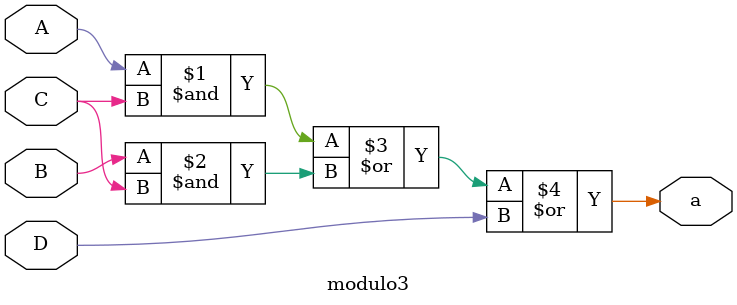
<source format=v>
module modulo3(A, B, C, D, a);
    input A, B, C, D;
    output a;

    assign a = (A&C) | (B&C) | D;

endmodule
</source>
